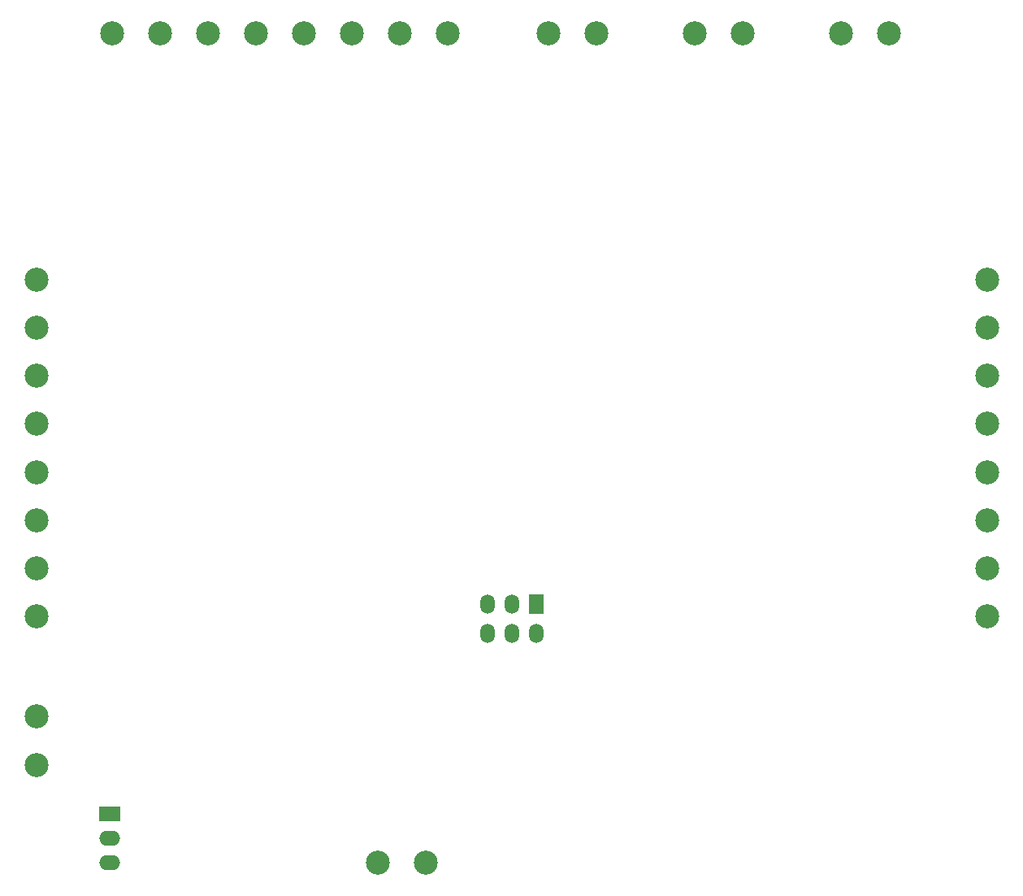
<source format=gbs>
G04 (created by PCBNEW (2013-may-18)-stable) date Wed 01 Apr 2015 05:00:06 PM EDT*
%MOIN*%
G04 Gerber Fmt 3.4, Leading zero omitted, Abs format*
%FSLAX34Y34*%
G01*
G70*
G90*
G04 APERTURE LIST*
%ADD10C,0.00590551*%
%ADD11R,0.06X0.0787*%
%ADD12O,0.06X0.0787*%
%ADD13R,0.0866X0.06*%
%ADD14O,0.0866X0.06*%
%ADD15C,0.0984252*%
G04 APERTURE END LIST*
G54D10*
G54D11*
X40500Y-44402D03*
G54D12*
X40500Y-45598D03*
X39500Y-44402D03*
X39500Y-45598D03*
X38500Y-44402D03*
X38500Y-45598D03*
G54D13*
X23000Y-53000D03*
G54D14*
X23000Y-54000D03*
X23000Y-55000D03*
G54D15*
X59000Y-31110D03*
X59000Y-33078D03*
X59000Y-35047D03*
X59000Y-37015D03*
X59000Y-38984D03*
X59000Y-40952D03*
X59000Y-44889D03*
X59000Y-42921D03*
X23110Y-21000D03*
X25078Y-21000D03*
X27047Y-21000D03*
X29015Y-21000D03*
X30984Y-21000D03*
X32952Y-21000D03*
X36889Y-21000D03*
X34921Y-21000D03*
X20000Y-44889D03*
X20000Y-42921D03*
X20000Y-40952D03*
X20000Y-38984D03*
X20000Y-37015D03*
X20000Y-35047D03*
X20000Y-31110D03*
X20000Y-33078D03*
X42984Y-21000D03*
X41015Y-21000D03*
X20000Y-49015D03*
X20000Y-50984D03*
X48984Y-21000D03*
X47015Y-21000D03*
X54984Y-21000D03*
X53015Y-21000D03*
X34015Y-55000D03*
X35984Y-55000D03*
M02*

</source>
